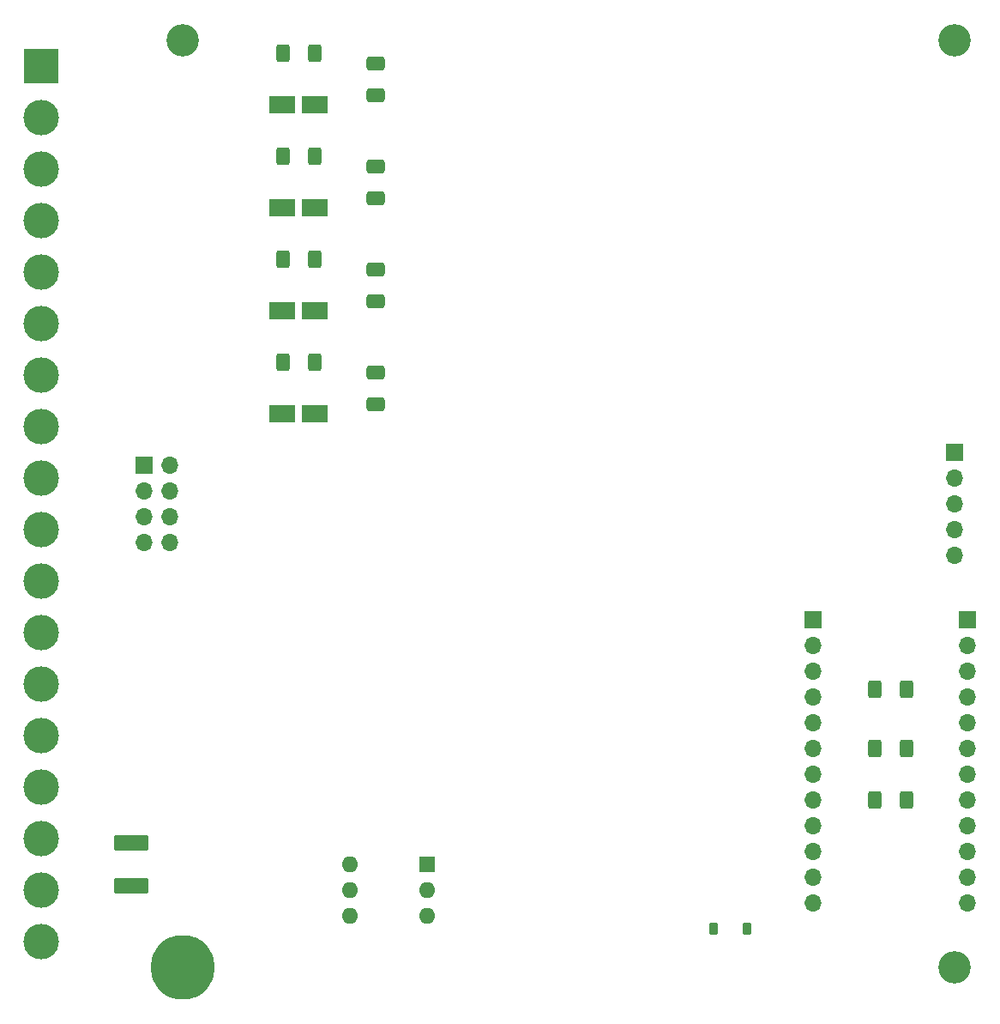
<source format=gbr>
%TF.GenerationSoftware,KiCad,Pcbnew,8.0.4-8.0.4-0~ubuntu22.04.1*%
%TF.CreationDate,2024-08-03T21:35:52+03:00*%
%TF.ProjectId,PM-AI8-U,504d2d41-4938-42d5-952e-6b696361645f,rev?*%
%TF.SameCoordinates,Original*%
%TF.FileFunction,Soldermask,Bot*%
%TF.FilePolarity,Negative*%
%FSLAX46Y46*%
G04 Gerber Fmt 4.6, Leading zero omitted, Abs format (unit mm)*
G04 Created by KiCad (PCBNEW 8.0.4-8.0.4-0~ubuntu22.04.1) date 2024-08-03 21:35:52*
%MOMM*%
%LPD*%
G01*
G04 APERTURE LIST*
G04 Aperture macros list*
%AMRoundRect*
0 Rectangle with rounded corners*
0 $1 Rounding radius*
0 $2 $3 $4 $5 $6 $7 $8 $9 X,Y pos of 4 corners*
0 Add a 4 corners polygon primitive as box body*
4,1,4,$2,$3,$4,$5,$6,$7,$8,$9,$2,$3,0*
0 Add four circle primitives for the rounded corners*
1,1,$1+$1,$2,$3*
1,1,$1+$1,$4,$5*
1,1,$1+$1,$6,$7*
1,1,$1+$1,$8,$9*
0 Add four rect primitives between the rounded corners*
20,1,$1+$1,$2,$3,$4,$5,0*
20,1,$1+$1,$4,$5,$6,$7,0*
20,1,$1+$1,$6,$7,$8,$9,0*
20,1,$1+$1,$8,$9,$2,$3,0*%
G04 Aperture macros list end*
%ADD10R,2.565400X1.651000*%
%ADD11C,3.200000*%
%ADD12R,1.700000X1.700000*%
%ADD13O,1.700000X1.700000*%
%ADD14R,3.500000X3.500000*%
%ADD15C,3.500000*%
%ADD16O,6.350000X6.350000*%
%ADD17RoundRect,0.250000X-0.400000X-0.625000X0.400000X-0.625000X0.400000X0.625000X-0.400000X0.625000X0*%
%ADD18RoundRect,0.250000X-0.650000X0.412500X-0.650000X-0.412500X0.650000X-0.412500X0.650000X0.412500X0*%
%ADD19RoundRect,0.250000X0.400000X0.625000X-0.400000X0.625000X-0.400000X-0.625000X0.400000X-0.625000X0*%
%ADD20R,1.600000X1.600000*%
%ADD21O,1.600000X1.600000*%
%ADD22RoundRect,0.250000X1.450000X-0.537500X1.450000X0.537500X-1.450000X0.537500X-1.450000X-0.537500X0*%
%ADD23RoundRect,0.225000X0.225000X0.375000X-0.225000X0.375000X-0.225000X-0.375000X0.225000X-0.375000X0*%
G04 APERTURE END LIST*
D10*
%TO.C,D4*%
X57492900Y-71120000D03*
X54267100Y-71120000D03*
%TD*%
%TO.C,D2*%
X57492900Y-60960000D03*
X54267100Y-60960000D03*
%TD*%
%TO.C,D8*%
X57492900Y-91440000D03*
X54267100Y-91440000D03*
%TD*%
%TO.C,D6*%
X57492900Y-81280000D03*
X54267100Y-81280000D03*
%TD*%
D11*
%TO.C,H2*%
X120650000Y-54610000D03*
%TD*%
D12*
%TO.C,J2*%
X40640000Y-96520000D03*
D13*
X43180000Y-96520000D03*
X40640000Y-99060000D03*
X43180000Y-99060000D03*
X40640000Y-101600000D03*
X43180000Y-101600000D03*
X40640000Y-104140000D03*
X43180000Y-104140000D03*
%TD*%
D14*
%TO.C,J1*%
X30480000Y-57150000D03*
D15*
X30480000Y-62230000D03*
X30480000Y-67310000D03*
X30480000Y-72390000D03*
X30480000Y-77470000D03*
X30480000Y-82550000D03*
X30480000Y-87630000D03*
X30480000Y-92710000D03*
X30480000Y-97790000D03*
X30480000Y-102870000D03*
X30480000Y-107950000D03*
X30480000Y-113030000D03*
X30480000Y-118110000D03*
X30480000Y-123190000D03*
X30480000Y-128270000D03*
X30480000Y-133350000D03*
X30480000Y-138430000D03*
X30480000Y-143510000D03*
%TD*%
D12*
%TO.C,J5*%
X120650000Y-95250000D03*
D13*
X120650000Y-97790000D03*
X120650000Y-100330000D03*
X120650000Y-102870000D03*
X120650000Y-105410000D03*
%TD*%
D16*
%TO.C,D9*%
X44450000Y-146050000D03*
%TD*%
D11*
%TO.C,H3*%
X120650000Y-146050000D03*
%TD*%
%TO.C,H1*%
X44450000Y-54610000D03*
%TD*%
D17*
%TO.C,R4*%
X54330000Y-66040000D03*
X57430000Y-66040000D03*
%TD*%
D18*
%TO.C,C6*%
X63500000Y-77177500D03*
X63500000Y-80302500D03*
%TD*%
D12*
%TO.C,J3*%
X121920000Y-111760000D03*
D13*
X121920000Y-114300000D03*
X121920000Y-116840000D03*
X121920000Y-119380000D03*
X121920000Y-121920000D03*
X121920000Y-124460000D03*
X121920000Y-127000000D03*
X121920000Y-129540000D03*
X121920000Y-132080000D03*
X121920000Y-134620000D03*
X121920000Y-137160000D03*
X121920000Y-139700000D03*
%TD*%
D19*
%TO.C,R17*%
X115850000Y-118630000D03*
X112750000Y-118630000D03*
%TD*%
D17*
%TO.C,R8*%
X54330000Y-86360000D03*
X57430000Y-86360000D03*
%TD*%
D18*
%TO.C,C8*%
X63500000Y-87337500D03*
X63500000Y-90462500D03*
%TD*%
D20*
%TO.C,SW1*%
X68580000Y-135890000D03*
D21*
X68580000Y-138430000D03*
X68580000Y-140970000D03*
X60960000Y-140970000D03*
X60960000Y-138430000D03*
X60960000Y-135890000D03*
%TD*%
D17*
%TO.C,R2*%
X54330000Y-55880000D03*
X57430000Y-55880000D03*
%TD*%
D18*
%TO.C,C2*%
X63500000Y-56857500D03*
X63500000Y-59982500D03*
%TD*%
D17*
%TO.C,R6*%
X54330000Y-76200000D03*
X57430000Y-76200000D03*
%TD*%
D19*
%TO.C,R16*%
X115850000Y-124460000D03*
X112750000Y-124460000D03*
%TD*%
D12*
%TO.C,J4*%
X106680000Y-111760000D03*
D13*
X106680000Y-114300000D03*
X106680000Y-116840000D03*
X106680000Y-119380000D03*
X106680000Y-121920000D03*
X106680000Y-124460000D03*
X106680000Y-127000000D03*
X106680000Y-129540000D03*
X106680000Y-132080000D03*
X106680000Y-134620000D03*
X106680000Y-137160000D03*
X106680000Y-139700000D03*
%TD*%
D18*
%TO.C,C4*%
X63500000Y-67017500D03*
X63500000Y-70142500D03*
%TD*%
D22*
%TO.C,C9*%
X39370000Y-138027500D03*
X39370000Y-133752500D03*
%TD*%
D19*
%TO.C,R15*%
X115850000Y-129540000D03*
X112750000Y-129540000D03*
%TD*%
D23*
%TO.C,D13*%
X100150800Y-142240000D03*
X96850800Y-142240000D03*
%TD*%
M02*

</source>
